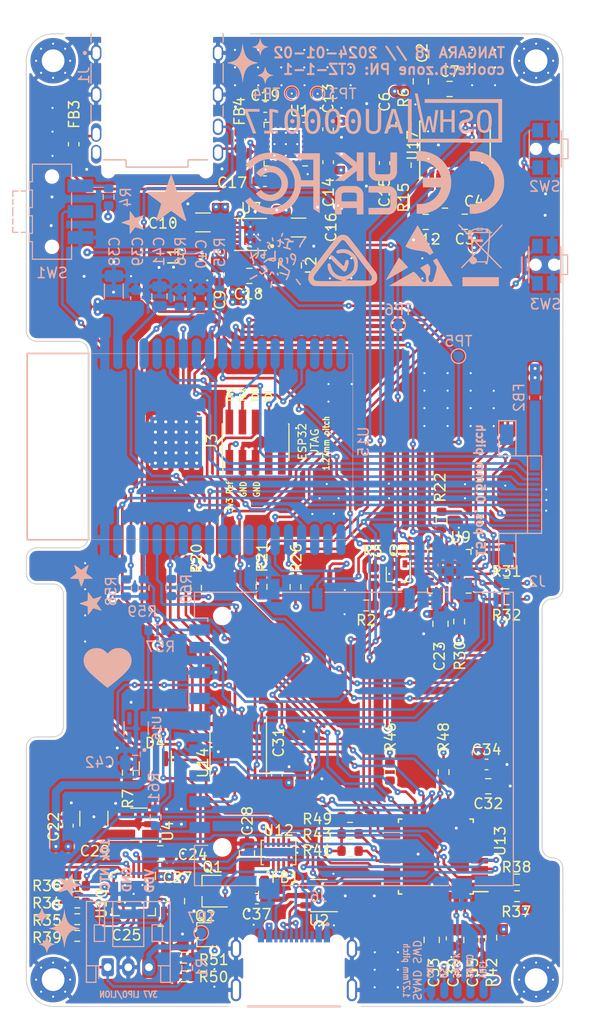
<source format=kicad_pcb>
(kicad_pcb (version 20221018) (generator pcbnew)

  (general
    (thickness 1.566672)
  )

  (paper "A4")
  (title_block
    (comment 4 "AISLER Project ID: ATEUINQR")
  )

  (layers
    (0 "F.Cu" signal)
    (1 "In1.Cu" signal)
    (2 "In2.Cu" signal)
    (31 "B.Cu" signal)
    (32 "B.Adhes" user "B.Adhesive")
    (33 "F.Adhes" user "F.Adhesive")
    (34 "B.Paste" user)
    (35 "F.Paste" user)
    (36 "B.SilkS" user "B.Silkscreen")
    (37 "F.SilkS" user "F.Silkscreen")
    (38 "B.Mask" user)
    (39 "F.Mask" user)
    (40 "Dwgs.User" user "User.Drawings")
    (41 "Cmts.User" user "User.Comments")
    (42 "Eco1.User" user "User.Eco1")
    (43 "Eco2.User" user "User.Eco2")
    (44 "Edge.Cuts" user)
    (45 "Margin" user)
    (46 "B.CrtYd" user "B.Courtyard")
    (47 "F.CrtYd" user "F.Courtyard")
    (48 "B.Fab" user)
    (49 "F.Fab" user)
    (50 "User.1" user)
    (51 "User.2" user)
    (52 "User.3" user)
    (53 "User.4" user)
    (54 "User.5" user)
    (55 "User.6" user)
    (56 "User.7" user)
    (57 "User.8" user)
    (58 "User.9" user)
  )

  (setup
    (stackup
      (layer "F.SilkS" (type "Top Silk Screen") (color "White"))
      (layer "F.Paste" (type "Top Solder Paste"))
      (layer "F.Mask" (type "Top Solder Mask") (color "Purple") (thickness 0.0254))
      (layer "F.Cu" (type "copper") (thickness 0.04318))
      (layer "dielectric 1" (type "prepreg") (thickness 0.202184) (material "FR408-HR") (epsilon_r 3.69) (loss_tangent 0.0091))
      (layer "In1.Cu" (type "copper") (thickness 0.017272))
      (layer "dielectric 2" (type "core") (thickness 0.9906) (material "FR408-HR") (epsilon_r 3.69) (loss_tangent 0.0091))
      (layer "In2.Cu" (type "copper") (thickness 0.017272))
      (layer "dielectric 3" (type "prepreg") (thickness 0.202184) (material "FR408-HR") (epsilon_r 3.69) (loss_tangent 0.0091))
      (layer "B.Cu" (type "copper") (thickness 0.04318))
      (layer "B.Mask" (type "Bottom Solder Mask") (color "Purple") (thickness 0.0254))
      (layer "B.Paste" (type "Bottom Solder Paste"))
      (layer "B.SilkS" (type "Bottom Silk Screen") (color "White"))
      (copper_finish "None")
      (dielectric_constraints no)
    )
    (pad_to_mask_clearance 0)
    (aux_axis_origin 117.25 51)
    (pcbplotparams
      (layerselection 0x00010fc_ffffffff)
      (plot_on_all_layers_selection 0x0000000_00000000)
      (disableapertmacros false)
      (usegerberextensions true)
      (usegerberattributes true)
      (usegerberadvancedattributes true)
      (creategerberjobfile true)
      (dashed_line_dash_ratio 12.000000)
      (dashed_line_gap_ratio 3.000000)
      (svgprecision 6)
      (plotframeref false)
      (viasonmask false)
      (mode 1)
      (useauxorigin false)
      (hpglpennumber 1)
      (hpglpenspeed 20)
      (hpglpendiameter 15.000000)
      (dxfpolygonmode true)
      (dxfimperialunits true)
      (dxfusepcbnewfont true)
      (psnegative false)
      (psa4output false)
      (plotreference true)
      (plotvalue true)
      (plotinvisibletext false)
      (sketchpadsonfab false)
      (subtractmaskfromsilk false)
      (outputformat 1)
      (mirror false)
      (drillshape 0)
      (scaleselection 1)
      (outputdirectory "gerbers2")
    )
  )

  (net 0 "")
  (net 1 "GND")
  (net 2 "/ESP_EN")
  (net 3 "BAT_LEVEL")
  (net 4 "SYS_POWER")
  (net 5 "USB.DP")
  (net 6 "USB.DN")
  (net 7 "3.5mm_DETECT")
  (net 8 "/JTAG.TMS")
  (net 9 "/JTAG.TCK")
  (net 10 "/JTAG.TDO")
  (net 11 "/JTAG.TDI")
  (net 12 "/SWD.SWDIO")
  (net 13 "/SWD.SWCLK")
  (net 14 "/SWD.RESET")
  (net 15 "/Power/NTC")
  (net 16 "~{CHG_PWR_OK}")
  (net 17 "I2C.SCL")
  (net 18 "VBUS")
  (net 19 "I2C.SDA")
  (net 20 "ESP_SPI.PICO")
  (net 21 "unconnected-(U9-IO0_5-Pad6)")
  (net 22 "ESP_SPI.SCLK")
  (net 23 "ESP_SPI.DISPLAY_CS")
  (net 24 "DISPLAY_LED_EN")
  (net 25 "/ESP_BOOT")
  (net 26 "~{SD_VDD_EN}")
  (net 27 "/UART.ESP.TX")
  (net 28 "ESP_SPI.POCI")
  (net 29 "DAC.DATA")
  (net 30 "DAC.BCK")
  (net 31 "ESP_SPI.SD_CS")
  (net 32 "DAC.LRCK")
  (net 33 "SAMD_SPI.POCI")
  (net 34 "/UART.ESP.RX")
  (net 35 "SAMD_SPI.CS")
  (net 36 "SAMD_SPI.PICO")
  (net 37 "/~{SAMD_INT}")
  (net 38 "SAMD_SPI.SCLK")
  (net 39 "CHG_SEL")
  (net 40 "AMP_EN")
  (net 41 "/Power/VBUS_SWITCHED")
  (net 42 "~{GPIO_INT}")
  (net 43 "USB_TCC0")
  (net 44 "USB_TCC1")
  (net 45 "KEY_LOCK")
  (net 46 "CHG_STAT1")
  (net 47 "CHG_STAT2")
  (net 48 "~{TOUCH_INT}")
  (net 49 "DISPLAY_DR")
  (net 50 "+3V3")
  (net 51 "+5VA")
  (net 52 "-5VA")
  (net 53 "KEY_VOL_UP")
  (net 54 "Net-(J7-Pin_3)")
  (net 55 "Net-(U1B-+)")
  (net 56 "KEY_VOL_DOWN")
  (net 57 "Net-(J4-CD{slash}DAT3)")
  (net 58 "Net-(J4-CMD)")
  (net 59 "Net-(J4-CLK)")
  (net 60 "Net-(J4-DAT0)")
  (net 61 "Net-(J4-DAT1)")
  (net 62 "Net-(J4-DAT2)")
  (net 63 "unconnected-(J1-Pad6)")
  (net 64 "Net-(J6-CC1)")
  (net 65 "Net-(U13-VDDCORE)")
  (net 66 "unconnected-(J3-UART_TX-Pad7)")
  (net 67 "unconnected-(J3-UART_RX-Pad9)")
  (net 68 "unconnected-(J3-nRst-Pad10)")
  (net 69 "unconnected-(J6-SBU1-PadA8)")
  (net 70 "unconnected-(J6-SBU2-PadB8)")
  (net 71 "Net-(U7-SWN)")
  (net 72 "Net-(U7-SWP)")
  (net 73 "Net-(Q1-G)")
  (net 74 "Net-(U1A-+)")
  (net 75 "Net-(U1A--)")
  (net 76 "Net-(C17-Pad2)")
  (net 77 "Net-(U1B--)")
  (net 78 "Net-(C19-Pad2)")
  (net 79 "Net-(U14E-~{OE})")
  (net 80 "Net-(U14E-S)")
  (net 81 "SYS_PWR_EN_SAMD")
  (net 82 "Net-(U10-CE)")
  (net 83 "Net-(U10-PROG3)")
  (net 84 "Net-(U10-PROG2)")
  (net 85 "Net-(U10-PROG1)")
  (net 86 "unconnected-(U1C-NC-Pad4)")
  (net 87 "unconnected-(U1-Pad6)")
  (net 88 "unconnected-(U1-Pad7)")
  (net 89 "unconnected-(U1-Pad8)")
  (net 90 "unconnected-(U1C-NC-Pad15)")
  (net 91 "unconnected-(U12-ORIENT-Pad8)")
  (net 92 "unconnected-(U12-SWMONI-Pad9)")
  (net 93 "unconnected-(U15-I39{slash}NOINT-Pad5)")
  (net 94 "unconnected-(U15-SHD{slash}SD2-Pad17)")
  (net 95 "unconnected-(U15-SWP{slash}SD3-Pad18)")
  (net 96 "unconnected-(U15-SCS{slash}CMD-Pad19)")
  (net 97 "unconnected-(U15-SCK{slash}CLK-Pad20)")
  (net 98 "unconnected-(U15-SDO{slash}SD0-Pad21)")
  (net 99 "unconnected-(U15-SDI{slash}SD1-Pad22)")
  (net 100 "unconnected-(U15-IO16-Pad27)")
  (net 101 "unconnected-(U15-IO17-Pad28)")
  (net 102 "unconnected-(U15-NC-Pad32)")
  (net 103 "Net-(J2-Pin_13)")
  (net 104 "Net-(FB3-Pad2)")
  (net 105 "Net-(FB4-Pad2)")
  (net 106 "Net-(J4-VDD)")
  (net 107 "unconnected-(U16-NC-Pad4)")
  (net 108 "Net-(SW1-C)")
  (net 109 "Net-(Q1-S)")
  (net 110 "DAC.MCK")
  (net 111 "SD_CD")
  (net 112 "Net-(U17-CPCA)")
  (net 113 "Net-(U17-CPCB)")
  (net 114 "unconnected-(U1-Pad1)")
  (net 115 "Net-(U17-VMID)")
  (net 116 "Net-(U17-CPVOUTN)")
  (net 117 "unconnected-(U1-Pad23)")
  (net 118 "Net-(U17-LINEVOUTL)")
  (net 119 "Net-(U17-LINEVOUTR)")
  (net 120 "unconnected-(U1-Pad24)")
  (net 121 "unconnected-(U17-ZFLAG-Pad7)")
  (net 122 "unconnected-(U9-IO0_6-Pad7)")
  (net 123 "Net-(Q3-G)")
  (net 124 "unconnected-(U9-IO1_5-Pad15)")
  (net 125 "unconnected-(U9-IO1_6-Pad16)")
  (net 126 "unconnected-(U9-IO1_7-Pad17)")
  (net 127 "Net-(U4-EN)")
  (net 128 "unconnected-(U4-NC-Pad4)")
  (net 129 "unconnected-(U13-PA06-Pad7)")
  (net 130 "unconnected-(U13-PA27-Pad25)")
  (net 131 "unconnected-(U13-PA28-Pad27)")
  (net 132 "Net-(Q2-D)")
  (net 133 "Net-(J6-CC2)")
  (net 134 "unconnected-(U13-PA07-Pad8)")
  (net 135 "unconnected-(U9-IO1_3-Pad13)")
  (net 136 "Net-(J6-DP-PadA6)")
  (net 137 "Net-(J6-DN-PadA7)")
  (net 138 "AMP_MUTE")

  (footprint "Package_TO_SOT_SMD:TSOT-23" (layer "F.Cu") (at 135.476849 134.455179 180))

  (footprint "Package_TO_SOT_SMD:SOT-23-5" (layer "F.Cu") (at 128.415497 127.954481 180))

  (footprint "footprints:MountingHole_2.2mm_M2_Pad_Via2" (layer "F.Cu") (at 166.9 143))

  (footprint "Inductor_SMD:L_1008_2520Metric" (layer "F.Cu") (at 133.801417 72.973879 90))

  (footprint "Capacitor_SMD:C_0805_2012Metric" (layer "F.Cu") (at 130.473198 130.774567))

  (footprint "Resistor_SMD:R_0603_1608Metric" (layer "F.Cu") (at 122.434189 137.149989 180))

  (footprint "Resistor_SMD:R_0603_1608Metric" (layer "F.Cu") (at 151.198456 103.968297 -90))

  (footprint "footprints:QFN-20-1EP_4x4mm_P0.5mm_EP2.5x2.5mm_ThermalVias2" (layer "F.Cu") (at 127.902083 134.695156 -90))

  (footprint "Capacitor_SMD:C_0805_2012Metric" (layer "F.Cu") (at 130.529632 138.571066))

  (footprint "Capacitor_SMD:C_0603_1608Metric" (layer "F.Cu") (at 152.216943 60.416276 -90))

  (footprint "Package_DFN_QFN:HVQFN-24-1EP_4x4mm_P0.5mm_EP2.1x2.1mm" (layer "F.Cu") (at 158.484595 103.47166 180))

  (footprint "Package_TO_SOT_SMD:SOT-23" (layer "F.Cu") (at 130.000805 122.549717 -90))

  (footprint "Resistor_SMD:R_0603_1608Metric" (layer "F.Cu") (at 148.873745 127.25515))

  (footprint "Capacitor_SMD:C_0603_1608Metric" (layer "F.Cu") (at 136.172745 74.724126 -90))

  (footprint "Resistor_SMD:R_0603_1608Metric" (layer "F.Cu") (at 165.049071 134.922126 180))

  (footprint "Resistor_SMD:R_0603_1608Metric" (layer "F.Cu") (at 159.445045 108.327463 90))

  (footprint "Capacitor_SMD:C_0603_1608Metric" (layer "F.Cu") (at 121.530086 128.089529 90))

  (footprint "Package_TO_SOT_SMD:SOT-323_SC-70" (layer "F.Cu") (at 153.539681 103.751753 -90))

  (footprint "Capacitor_SMD:C_0603_1608Metric" (layer "F.Cu") (at 146.738191 60.685697 -90))

  (footprint "Resistor_SMD:R_0603_1608Metric" (layer "F.Cu") (at 165.050103 133.305697 180))

  (footprint "Capacitor_SMD:C_0603_1608Metric" (layer "F.Cu") (at 152.216095 63.952058 90))

  (footprint "footprints:BD91N01NUX-E2" (layer "F.Cu") (at 141.938445 130.694772 90))

  (footprint "Capacitor_SMD:C_0805_2012Metric" (layer "F.Cu") (at 159.982062 69.634671 180))

  (footprint "Resistor_SMD:R_0603_1608Metric" (layer "F.Cu") (at 122.434189 138.766966 180))

  (footprint "Capacitor_SMD:C_0805_2012Metric" (layer "F.Cu") (at 156.782387 139.153476 90))

  (footprint "Inductor_SMD:L_0603_1608Metric" (layer "F.Cu") (at 139.793489 133.408759 180))

  (footprint "Resistor_SMD:R_0603_1608Metric" (layer "F.Cu") (at 148.873745 130.546956))

  (footprint "Resistor_SMD:R_0805_2012Metric" (layer "F.Cu") (at 154.05507 60.232017 -90))

  (footprint "Capacitor_SMD:C_0603_1608Metric" (layer "F.Cu") (at 140.620589 65.704592 180))

  (footprint "Capacitor_SMD:C_0805_2012Metric" (layer "F.Cu") (at 132.103885 135.401996 -90))

  (footprint "Capacitor_SMD:C_0603_1608Metric" (layer "F.Cu") (at 139.845147 135.157118 180))

  (footprint "Resistor_SMD:R_0603_1608Metric" (layer "F.Cu") (at 157.736387 98.523188 90))

  (footprint "Capacitor_SMD:C_0805_2012Metric" (layer "F.Cu") (at 139.111897 74.874786))

  (footprint "Resistor_SMD:R_0603_1608Metric" (layer "F.Cu") (at 122.439406 135.533013))

  (footprint "Resistor_SMD:R_0603_1608Metric" (layer "F.Cu") (at 132.78644 140.877326))

  (footprint "Inductor_SMD:L_1008_2520Metric" (layer "F.Cu") (at 143.044904 73.86026 -90))

  (footprint "Capacitor_SMD:C_0805_2012Metric" (layer "F.Cu") (at 156.207041 69.648592 180))

  (footprint "Capacitor_SMD:C_0805_2012Metric" (layer "F.Cu") (at 158.07357 67.582319 180))

  (footprint "Resistor_SMD:R_0603_1608Metric" (layer "F.Cu") (at 162.554135 138.938126 -90))

  (footprint "Package_SO:TSSOP-16_4.4x5mm_P0.65mm" (layer "F.Cu") (at 138.037154 121.127252 -90))

  (footprint "Capacitor_SMD:C_0805_2012Metric" (layer "F.Cu") (at 158.513691 56.778764))

  (footprint "Inductor_SMD:L_0603_1608Metric" (layer "F.Cu") (at 138.136435 61.76766 -90))

  (footprint "Resistor_SMD:R_0603_1608Metric" (layer "F.Cu") (at 133.941895 105.064074 90))

  (footprint "NetTie:NetTie-2_SMD_Pad0.5mm" (layer "F.Cu") (at 146.902022 104.10454 -90))

  (footprint "Resistor_SMD:R_0603_1608Metric" (layer "F.Cu") (at 143.585559 104.993281 90))

  (footprint "Resistor_SMD:R_0603_1608Metric" (layer "F.Cu") (at 140.296114 104.976392 90))

  (footprint "Package_TO_SOT_SMD:SOT-23-6" (layer "F.Cu")
    (tstamp 98c16f2b-77bb-43d5-908d-2856eeb3b2ec)
    (at 145.845749 134.861076 180)
    (descr "SOT, 6 Pin (https://www.jedec.org/sites/default/files/docs/Mo-178c.PDF variant AB), generated with kicad-footprint-generator ipc_gullwing_generator.py")
    (tags "SOT TO_SOT_SMD")
    (property "MPN" "USBLC6-2SC6")
    (property "Sheetfile" "power.kicad_sch")
    (property "Sheetname" "Power")
    (property "ki_description" "Very low capacitance ESD protection diode, 2 data-line, SOT-23-6")
   
... [3716863 chars truncated]
</source>
